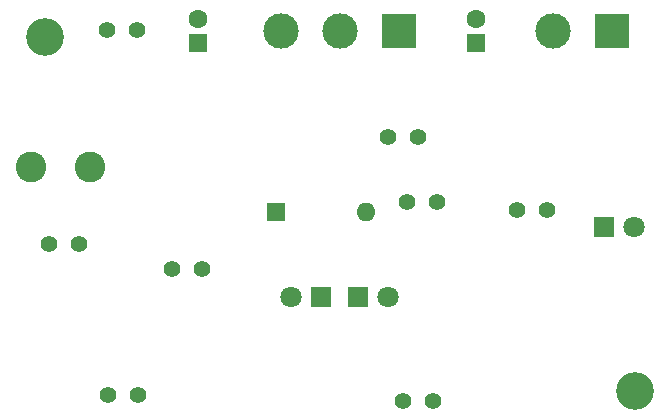
<source format=gbs>
%TF.GenerationSoftware,KiCad,Pcbnew,5.1.10-88a1d61d58~88~ubuntu18.04.1*%
%TF.CreationDate,2021-06-11T13:40:42+04:00*%
%TF.ProjectId,DetecteurPresence,44657465-6374-4657-9572-50726573656e,1.0*%
%TF.SameCoordinates,Original*%
%TF.FileFunction,Soldermask,Bot*%
%TF.FilePolarity,Negative*%
%FSLAX46Y46*%
G04 Gerber Fmt 4.6, Leading zero omitted, Abs format (unit mm)*
G04 Created by KiCad (PCBNEW 5.1.10-88a1d61d58~88~ubuntu18.04.1) date 2021-06-11 13:40:42*
%MOMM*%
%LPD*%
G01*
G04 APERTURE LIST*
%ADD10C,1.400000*%
%ADD11C,3.200000*%
%ADD12R,1.600000X1.600000*%
%ADD13C,1.600000*%
%ADD14C,1.800000*%
%ADD15R,1.800000X1.800000*%
%ADD16O,1.600000X1.600000*%
%ADD17C,3.000000*%
%ADD18R,3.000000X3.000000*%
%ADD19C,2.600000*%
G04 APERTURE END LIST*
D10*
%TO.C,TP8*%
X31775400Y-23469600D03*
X29235400Y-23469600D03*
%TD*%
D11*
%TO.C,REF\u002A\u002A*%
X74000000Y-54000000D03*
%TD*%
%TO.C,REF\u002A\u002A*%
X24000000Y-24000000D03*
%TD*%
D12*
%TO.C,C2*%
X60500000Y-24500000D03*
D13*
X60500000Y-22500000D03*
%TD*%
%TO.C,C3*%
X37000000Y-22500000D03*
D12*
X37000000Y-24500000D03*
%TD*%
D14*
%TO.C,D1*%
X44831000Y-46024800D03*
D15*
X47371000Y-46024800D03*
%TD*%
D12*
%TO.C,D2*%
X43586400Y-38862000D03*
D16*
X51206400Y-38862000D03*
%TD*%
D15*
%TO.C,D3*%
X71374000Y-40132000D03*
D14*
X73914000Y-40132000D03*
%TD*%
D15*
%TO.C,D4*%
X50500000Y-46000000D03*
D14*
X53040000Y-46000000D03*
%TD*%
D17*
%TO.C,J1*%
X44000000Y-23500000D03*
X49000000Y-23500000D03*
D18*
X54000000Y-23500000D03*
%TD*%
%TO.C,J2*%
X72000000Y-23500000D03*
D17*
X67000000Y-23500000D03*
%TD*%
D19*
%TO.C,L1*%
X22860000Y-35052000D03*
X27860000Y-35052000D03*
%TD*%
D10*
%TO.C,TP1*%
X24384000Y-41529000D03*
X26924000Y-41529000D03*
%TD*%
%TO.C,TP2*%
X31877000Y-54356000D03*
X29337000Y-54356000D03*
%TD*%
%TO.C,TP3*%
X34798000Y-43688000D03*
X37338000Y-43688000D03*
%TD*%
%TO.C,TP4*%
X53086000Y-32512000D03*
X55626000Y-32512000D03*
%TD*%
%TO.C,TP5*%
X63982600Y-38658800D03*
X66522600Y-38658800D03*
%TD*%
%TO.C,TP6*%
X56896000Y-54864000D03*
X54356000Y-54864000D03*
%TD*%
%TO.C,TP7*%
X57200800Y-38023800D03*
X54660800Y-38023800D03*
%TD*%
M02*

</source>
